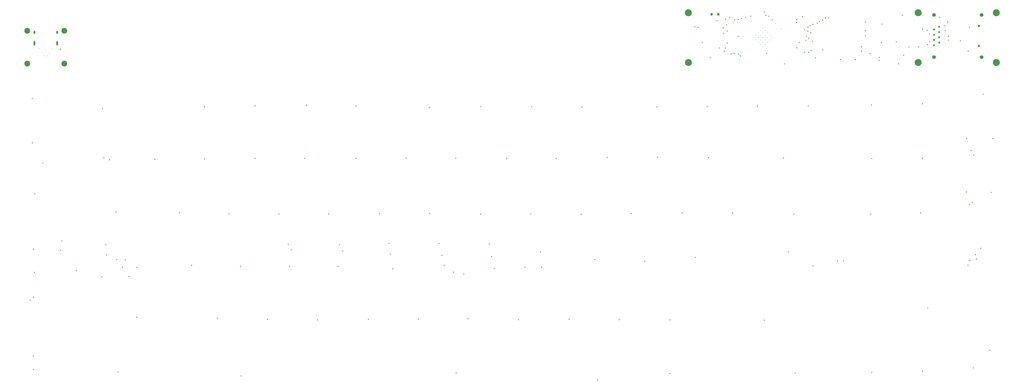
<source format=gbr>
%TF.GenerationSoftware,KiCad,Pcbnew,(6.0.5-0)*%
%TF.CreationDate,2023-01-21T22:01:58+08:00*%
%TF.ProjectId,main,6d61696e-2e6b-4696-9361-645f70636258,Prototype-V1*%
%TF.SameCoordinates,Original*%
%TF.FileFunction,Plated,1,2,PTH,Mixed*%
%TF.FilePolarity,Positive*%
%FSLAX46Y46*%
G04 Gerber Fmt 4.6, Leading zero omitted, Abs format (unit mm)*
G04 Created by KiCad (PCBNEW (6.0.5-0)) date 2023-01-21 22:01:58*
%MOMM*%
%LPD*%
G01*
G04 APERTURE LIST*
%TA.AperFunction,ComponentDrill*%
%ADD10C,0.200000*%
%TD*%
%TA.AperFunction,ViaDrill*%
%ADD11C,0.300000*%
%TD*%
%TA.AperFunction,ViaDrill*%
%ADD12C,0.304800*%
%TD*%
%TA.AperFunction,ViaDrill*%
%ADD13C,0.400000*%
%TD*%
G04 aperture for slot hole*
%TA.AperFunction,ComponentDrill*%
%ADD14O,0.600000X1.200000*%
%TD*%
G04 aperture for slot hole*
%TA.AperFunction,ComponentDrill*%
%ADD15O,0.600000X1.700000*%
%TD*%
%TA.AperFunction,ComponentDrill*%
%ADD16C,0.762000*%
%TD*%
%TA.AperFunction,ComponentDrill*%
%ADD17C,0.900000*%
%TD*%
%TA.AperFunction,ComponentDrill*%
%ADD18C,1.000000*%
%TD*%
%TA.AperFunction,ComponentDrill*%
%ADD19C,1.400000*%
%TD*%
%TA.AperFunction,ComponentDrill*%
%ADD20C,2.200000*%
%TD*%
%TA.AperFunction,ComponentDrill*%
%ADD21C,2.650000*%
%TD*%
G04 APERTURE END LIST*
D10*
%TO.C,U3*%
X255816128Y23525000D03*
X256717690Y24426561D03*
X256717690Y22623439D03*
X257619251Y25328122D03*
X257619251Y23525000D03*
X257619251Y21721878D03*
X258520812Y26229683D03*
X258520812Y24426561D03*
X258520812Y22623439D03*
X258520812Y20820317D03*
X259422373Y27131245D03*
X259422373Y25328122D03*
X259422373Y23525000D03*
X259422373Y21721878D03*
X259422373Y19918755D03*
X260323934Y26229683D03*
X260323934Y24426561D03*
X260323934Y22623439D03*
X260323934Y20820317D03*
X261225495Y25328122D03*
X261225495Y23525000D03*
X261225495Y21721878D03*
X262127056Y24426561D03*
X262127056Y22623439D03*
X263028618Y23525000D03*
%TD*%
D11*
X264192975Y28808271D03*
X266400000Y26907593D03*
D12*
X-14973000Y19429000D03*
X-13793000Y17778000D03*
X-13023000Y16652000D03*
X-12523000Y18641600D03*
X-12025000Y16650000D03*
X-11253000Y17778000D03*
X-10073000Y19429000D03*
D13*
X-18400000Y-76072800D03*
X-17600000Y400000D03*
X-17600000Y-16372500D03*
X-17200000Y-56685800D03*
X-17200000Y-74872800D03*
X-17200000Y-97172800D03*
X-17200000Y-102400000D03*
X-16800000Y-65535800D03*
X-16626165Y-35769928D03*
X-13600000Y-24000000D03*
X-6964030Y19060469D03*
X-6950000Y-57235800D03*
X-6400000Y-53576460D03*
X-950000Y-64785800D03*
X8750000Y-67235800D03*
X8950000Y-3400000D03*
X9500000Y-22072500D03*
X10300000Y-55035800D03*
X10500000Y-58885800D03*
X11600000Y-22800000D03*
X14150000Y-42600800D03*
X14400000Y-60685800D03*
X14850000Y-103272800D03*
X16500000Y-63585800D03*
X17600000Y-60800000D03*
X19100000Y-66985800D03*
X22000000Y-63600000D03*
X22050000Y-82522800D03*
X28800000Y-22622500D03*
X38200000Y-42900800D03*
X42800000Y-62800000D03*
X47600000Y-22522500D03*
X47650000Y-2700000D03*
X52600000Y-82822800D03*
X57000000Y-43300800D03*
X61350000Y-63235800D03*
X61600000Y-104800000D03*
X66800000Y-22322500D03*
X66850000Y-2350000D03*
X71550000Y-83272800D03*
X75900000Y-43300800D03*
X79450000Y-54835800D03*
X79900000Y-63185800D03*
X80500000Y-57035800D03*
X85700000Y-22272500D03*
X86300000Y-2050000D03*
X90500000Y-83522800D03*
X94800000Y-43300800D03*
X98350000Y-63235800D03*
X98800000Y-55035800D03*
X100100000Y-57335800D03*
X105100000Y-2400000D03*
X105100000Y-22222500D03*
X109850000Y-83322800D03*
X114100000Y-43200800D03*
X117600000Y-54485800D03*
X118150000Y-58585800D03*
X119050000Y-64185800D03*
X124150000Y-22122500D03*
X128700000Y-83172800D03*
X132950000Y-2900000D03*
X133050000Y-43150800D03*
X136550000Y-54485800D03*
X137650000Y-59085800D03*
X138600000Y-62985800D03*
X142050000Y-65385800D03*
X142900000Y-22272500D03*
X143100000Y-103722800D03*
X146000000Y-66157940D03*
X147600000Y-83122800D03*
X152300000Y-43400800D03*
X152400000Y-2700000D03*
X155600000Y-54735800D03*
X156600000Y-59515400D03*
X157550000Y-64035800D03*
X162250000Y-22272500D03*
X166750000Y-83422800D03*
X169200000Y-63585800D03*
X171350000Y-43350800D03*
X171700000Y-2700000D03*
X175100000Y-57685800D03*
X175500000Y-63535800D03*
X181000000Y-22322500D03*
X185950000Y-83372800D03*
X190500000Y-43450800D03*
X190750000Y-2850000D03*
X195650000Y-60685800D03*
X196800000Y-106400000D03*
X200400000Y-21872500D03*
X204900000Y-83422800D03*
X209500000Y-43200800D03*
X214600000Y-61385800D03*
X219250000Y-2800000D03*
X219500000Y-21872500D03*
X224100000Y-83522800D03*
X224100000Y-103872800D03*
X228750000Y-42900800D03*
X233600000Y27600000D03*
X233900000Y-59835800D03*
X234802500Y27377000D03*
X236372500Y21717000D03*
X238300000Y-2650000D03*
X238800000Y-21972500D03*
X239492500Y15987000D03*
X242022831Y30029801D03*
X242800000Y19600000D03*
X244400000Y27200000D03*
X244400000Y25200000D03*
X244800000Y18400000D03*
X245200000Y19600000D03*
X245294553Y30470014D03*
X245600000Y28400000D03*
X245882500Y21477000D03*
X246000000Y26000000D03*
X246800000Y31200000D03*
X247300000Y17397647D03*
X247950000Y-42950800D03*
X248448035Y17521083D03*
X248695722Y30295722D03*
X250000000Y30400000D03*
X250000000Y24000000D03*
X250112299Y17312299D03*
X250900601Y16500601D03*
X251200000Y30800000D03*
X252800000Y31200000D03*
X254800000Y31600000D03*
X257300000Y-2450000D03*
X259853874Y33266209D03*
X259950000Y-83622800D03*
X260550483Y31983909D03*
X260800000Y17534125D03*
X261646991Y31600000D03*
X262921381Y30244027D03*
X267250000Y-22072500D03*
X267600000Y13600000D03*
X269100000Y-57735800D03*
X271150000Y-43400800D03*
X271600000Y-103722800D03*
X272167701Y29212299D03*
X272202500Y19697187D03*
X272225000Y30322647D03*
X273249060Y21680000D03*
X274440000Y31560000D03*
X275151202Y26506378D03*
X275200000Y18000000D03*
X275680000Y22423147D03*
X275920000Y24060000D03*
X276418428Y27558565D03*
X276430000Y25995500D03*
X276600000Y-2400000D03*
X276800000Y18000000D03*
X276830000Y23300000D03*
X277275000Y28073627D03*
X277530000Y25370000D03*
X277701936Y18624599D03*
X278154748Y22125980D03*
X278400000Y28523147D03*
X278400000Y-63085800D03*
X279360000Y15860000D03*
X280050000Y28996667D03*
X280850000Y29673147D03*
X282000000Y18800000D03*
X282050000Y30198147D03*
X283025000Y30973147D03*
X284325000Y31025067D03*
X287589400Y-61200000D03*
X288800000Y15200000D03*
X290038400Y-61200000D03*
X294400000Y15200000D03*
X296800000Y20000000D03*
X296800000Y18400000D03*
X298280000Y24240000D03*
X298300000Y29470000D03*
X298300000Y26220000D03*
X300092500Y17477000D03*
X300350000Y-43300800D03*
X300600000Y-2000000D03*
X300650000Y-22322500D03*
X300650000Y-103472800D03*
X303492500Y14837000D03*
X303562500Y16017000D03*
X304400000Y21600000D03*
X304600000Y28660000D03*
X310000000Y22000000D03*
X310800000Y13600000D03*
X312282500Y31977000D03*
X312800000Y16800000D03*
X314800000Y19991500D03*
X318400000Y20000000D03*
X319250000Y-43000800D03*
X319850000Y-1550000D03*
X319850000Y-102922800D03*
X319900000Y-22222500D03*
X320000000Y26800000D03*
X321637211Y26261809D03*
X321824980Y20836243D03*
X321950000Y-79072800D03*
X322550972Y24954119D03*
X322599503Y22000000D03*
X326400000Y31200000D03*
X328400000Y28000000D03*
X328600000Y26230000D03*
X329425500Y29504502D03*
X329690000Y22520000D03*
X329810000Y24030000D03*
X334252500Y22277000D03*
X336550000Y-35000800D03*
X336625500Y-14772500D03*
X337200000Y-62800000D03*
X337232500Y18377000D03*
X337732299Y-39893099D03*
X337755199Y-60999480D03*
X337770000Y27420000D03*
X338360000Y-19362500D03*
X338810000Y-38970800D03*
X339200000Y-101722800D03*
X339371244Y-21066205D03*
X340000000Y-58800000D03*
X340400000Y-60400000D03*
X342000000Y-56400000D03*
X342900000Y2050000D03*
X345450000Y-95022800D03*
X346080000Y-35170800D03*
X346660000Y-14822500D03*
D14*
%TO.C,J26*%
X-16823000Y25525000D03*
D15*
X-16823000Y21325000D03*
D14*
X-8223000Y25525000D03*
D15*
X-8223000Y21325000D03*
D16*
%TO.C,O2*%
X324257500Y26625000D03*
X324257500Y24625000D03*
X324257500Y22625000D03*
X324257500Y20625000D03*
X326257500Y27625000D03*
X326257500Y25625000D03*
X326257500Y23625000D03*
X326257500Y21625000D03*
D17*
X341307500Y27935000D03*
X341307500Y20315000D03*
D18*
%TO.C,J24*%
X239950000Y32375000D03*
X242490000Y32375000D03*
D19*
%TO.C,O2*%
X324307500Y32125000D03*
X324307500Y16125000D03*
X342307500Y32125000D03*
X342307500Y16125000D03*
D20*
%TO.C,MH2*%
X-19525000Y26125000D03*
%TO.C,MH4*%
X-19525000Y13625000D03*
%TO.C,MH1*%
X-5525000Y26125000D03*
%TO.C,MH3*%
X-5525000Y13625000D03*
D21*
%TO.C,H4*%
X231167800Y32925000D03*
%TO.C,H5*%
X231167800Y14125000D03*
%TO.C,H6*%
X318240000Y32925000D03*
%TO.C,H7*%
X318240000Y14125000D03*
%TO.C,H3*%
X347875000Y32925000D03*
%TO.C,H2*%
X347875000Y14125000D03*
M02*

</source>
